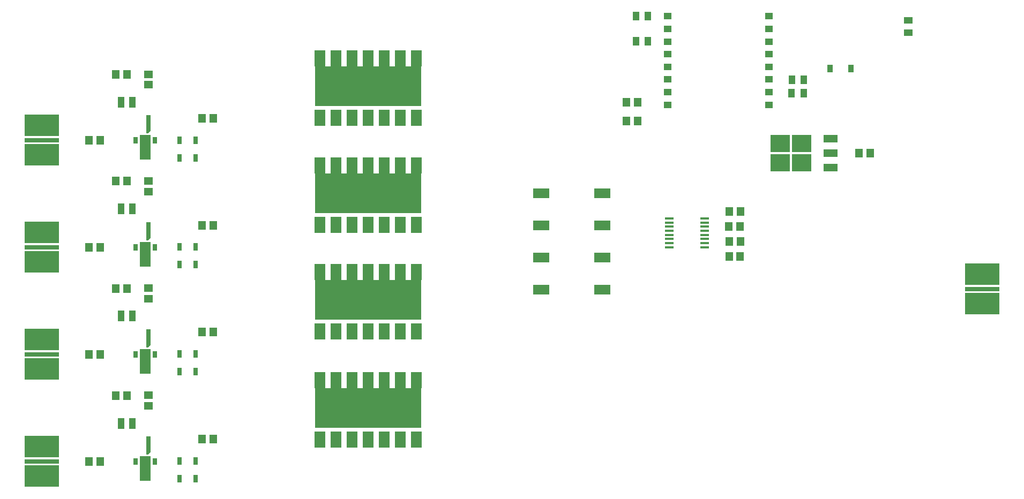
<source format=gbr>
%TF.GenerationSoftware,KiCad,Pcbnew,6.0.11*%
%TF.CreationDate,2023-02-03T09:16:35-05:00*%
%TF.ProjectId,PhasedArrayReceiver,50686173-6564-4417-9272-617952656365,rev?*%
%TF.SameCoordinates,Original*%
%TF.FileFunction,Paste,Top*%
%TF.FilePolarity,Positive*%
%FSLAX46Y46*%
G04 Gerber Fmt 4.6, Leading zero omitted, Abs format (unit mm)*
G04 Created by KiCad (PCBNEW 6.0.11) date 2023-02-03 09:16:35*
%MOMM*%
%LPD*%
G01*
G04 APERTURE LIST*
G04 Aperture macros list*
%AMOutline5P*
0 Free polygon, 5 corners , with rotation*
0 The origin of the aperture is its center*
0 number of corners: always 5*
0 $1 to $10 corner X, Y*
0 $11 Rotation angle, in degrees counterclockwise*
0 create outline with 5 corners*
4,1,5,$1,$2,$3,$4,$5,$6,$7,$8,$9,$10,$1,$2,$11*%
%AMOutline6P*
0 Free polygon, 6 corners , with rotation*
0 The origin of the aperture is its center*
0 number of corners: always 6*
0 $1 to $12 corner X, Y*
0 $13 Rotation angle, in degrees counterclockwise*
0 create outline with 6 corners*
4,1,6,$1,$2,$3,$4,$5,$6,$7,$8,$9,$10,$11,$12,$1,$2,$13*%
%AMOutline7P*
0 Free polygon, 7 corners , with rotation*
0 The origin of the aperture is its center*
0 number of corners: always 7*
0 $1 to $14 corner X, Y*
0 $15 Rotation angle, in degrees counterclockwise*
0 create outline with 7 corners*
4,1,7,$1,$2,$3,$4,$5,$6,$7,$8,$9,$10,$11,$12,$13,$14,$1,$2,$15*%
%AMOutline8P*
0 Free polygon, 8 corners , with rotation*
0 The origin of the aperture is its center*
0 number of corners: always 8*
0 $1 to $16 corner X, Y*
0 $17 Rotation angle, in degrees counterclockwise*
0 create outline with 8 corners*
4,1,8,$1,$2,$3,$4,$5,$6,$7,$8,$9,$10,$11,$12,$13,$14,$15,$16,$1,$2,$17*%
G04 Aperture macros list end*
%ADD10R,1.420000X1.200000*%
%ADD11R,1.020000X1.780000*%
%ADD12R,1.010000X1.380000*%
%ADD13R,1.380000X1.010000*%
%ADD14R,1.150000X1.450000*%
%ADD15R,1.160000X1.470000*%
%ADD16R,5.540000X0.720000*%
%ADD17R,5.540000X3.450000*%
%ADD18R,2.540000X1.650000*%
%ADD19R,3.050000X2.750000*%
%ADD20R,2.200000X1.200000*%
%ADD21R,1.473200X0.355600*%
%ADD22R,1.651000X2.540000*%
%ADD23R,16.890000X6.225000*%
%ADD24R,0.760000X1.270000*%
%ADD25R,0.790000X1.117600*%
%ADD26Outline5P,-0.304800X1.435100X0.304800X1.435100X0.304800X-1.130300X0.000000X-1.435100X-0.304800X-1.435100X0.000000*%
%ADD27R,1.700000X2.286000*%
%ADD28R,1.700000X1.700000*%
%ADD29R,1.200000X1.000000*%
%ADD30R,0.900000X1.200000*%
G04 APERTURE END LIST*
D10*
%TO.C,R4*%
X92690000Y-110605000D03*
X92690000Y-108935000D03*
%TD*%
%TO.C,R3*%
X92690000Y-93665000D03*
X92690000Y-91995000D03*
%TD*%
%TO.C,R2*%
X92690000Y-76725000D03*
X92690000Y-75055000D03*
%TD*%
%TO.C,R1*%
X92660000Y-59815000D03*
X92660000Y-58145000D03*
%TD*%
D11*
%TO.C,L4*%
X88350000Y-113350000D03*
X90130000Y-113350000D03*
%TD*%
%TO.C,L3*%
X88350000Y-96410000D03*
X90130000Y-96410000D03*
%TD*%
%TO.C,L2*%
X88350000Y-79470000D03*
X90130000Y-79470000D03*
%TD*%
%TO.C,L1*%
X88350000Y-62560000D03*
X90130000Y-62560000D03*
%TD*%
D12*
%TO.C,R9*%
X194290000Y-61140000D03*
X196190000Y-61140000D03*
%TD*%
%TO.C,R8*%
X196200000Y-59000000D03*
X194300000Y-59000000D03*
%TD*%
%TO.C,R7*%
X169700000Y-52930000D03*
X171600000Y-52930000D03*
%TD*%
%TO.C,R6*%
X169700000Y-48980000D03*
X171600000Y-48980000D03*
%TD*%
D13*
%TO.C,R5*%
X212730000Y-51540000D03*
X212730000Y-49640000D03*
%TD*%
D14*
%TO.C,C19*%
X204910000Y-70590000D03*
X206710000Y-70590000D03*
%TD*%
%TO.C,C18*%
X169970000Y-65580000D03*
X168170000Y-65580000D03*
%TD*%
%TO.C,C14*%
X184420000Y-84590000D03*
X186220000Y-84590000D03*
%TD*%
%TO.C,C13*%
X184410000Y-79870000D03*
X186210000Y-79870000D03*
%TD*%
D15*
%TO.C,C1*%
X83290000Y-68570000D03*
X85050000Y-68570000D03*
%TD*%
%TO.C,C17*%
X169940000Y-62570000D03*
X168180000Y-62570000D03*
%TD*%
%TO.C,C16*%
X184400000Y-86930000D03*
X186160000Y-86930000D03*
%TD*%
%TO.C,C15*%
X184380000Y-82240000D03*
X186140000Y-82240000D03*
%TD*%
%TO.C,C12*%
X101160000Y-115850000D03*
X102920000Y-115850000D03*
%TD*%
%TO.C,C11*%
X101160000Y-98940000D03*
X102920000Y-98940000D03*
%TD*%
%TO.C,C10*%
X101160000Y-82030000D03*
X102920000Y-82030000D03*
%TD*%
%TO.C,C9*%
X89240000Y-108950000D03*
X87480000Y-108950000D03*
%TD*%
%TO.C,C8*%
X89240000Y-92010000D03*
X87480000Y-92010000D03*
%TD*%
%TO.C,C7*%
X89240000Y-75070000D03*
X87480000Y-75070000D03*
%TD*%
%TO.C,C6*%
X83290000Y-119380000D03*
X85050000Y-119380000D03*
%TD*%
%TO.C,C5*%
X83290000Y-102440000D03*
X85050000Y-102440000D03*
%TD*%
%TO.C,C4*%
X83290000Y-85510000D03*
X85050000Y-85510000D03*
%TD*%
%TO.C,C3*%
X101160000Y-65120000D03*
X102920000Y-65120000D03*
%TD*%
%TO.C,C2*%
X89240000Y-58160000D03*
X87480000Y-58160000D03*
%TD*%
D16*
%TO.C,J8*%
X224395000Y-92120000D03*
D17*
X224395000Y-89780000D03*
X224395000Y-94460000D03*
%TD*%
D16*
%TO.C,J4*%
X75825000Y-119380000D03*
D17*
X75825000Y-121720000D03*
X75825000Y-117040000D03*
%TD*%
D16*
%TO.C,J3*%
X75825000Y-102446666D03*
D17*
X75825000Y-104786666D03*
X75825000Y-100106666D03*
%TD*%
D16*
%TO.C,J2*%
X75825000Y-85513333D03*
D17*
X75825000Y-87853333D03*
X75825000Y-83173333D03*
%TD*%
D16*
%TO.C,J1*%
X75825000Y-68580000D03*
D17*
X75825000Y-70920000D03*
X75825000Y-66240000D03*
%TD*%
D18*
%TO.C,U9*%
X164375000Y-82050000D03*
X164375000Y-92210000D03*
X164375000Y-76970000D03*
X154725000Y-92210000D03*
X164375000Y-87130000D03*
X154725000Y-87130000D03*
X154725000Y-82050000D03*
X154725000Y-76970000D03*
%TD*%
D19*
%TO.C,U15*%
X195835000Y-72145000D03*
X192485000Y-69095000D03*
X192485000Y-72145000D03*
X195835000Y-69095000D03*
D20*
X200460000Y-72900000D03*
X200460000Y-70620000D03*
X200460000Y-68340000D03*
%TD*%
D21*
%TO.C,U14*%
X174918500Y-80944000D03*
X174918500Y-81604400D03*
X174918500Y-82264800D03*
X174918500Y-82899800D03*
X174918500Y-83560200D03*
X174918500Y-84195200D03*
X174918500Y-84855600D03*
X174918500Y-85516000D03*
X180557300Y-85516000D03*
X180557300Y-84855600D03*
X180557300Y-84195200D03*
X180557300Y-83560200D03*
X180557300Y-82899800D03*
X180557300Y-82264800D03*
X180557300Y-81604400D03*
X180557300Y-80944000D03*
%TD*%
D22*
%TO.C,U13*%
X135020000Y-115910000D03*
X132480000Y-115910000D03*
X127400000Y-115910000D03*
X124860000Y-106510000D03*
X127400000Y-106510000D03*
D23*
X127400000Y-110892500D03*
D22*
X132480000Y-106510000D03*
X122320000Y-106510000D03*
X129940000Y-115910000D03*
X119780000Y-106510000D03*
X135020000Y-106510000D03*
X124860000Y-115910000D03*
X129940000Y-106510000D03*
X122320000Y-115910000D03*
X119780000Y-115910000D03*
%TD*%
%TO.C,U12*%
X135020000Y-98847500D03*
X132480000Y-98847500D03*
X127400000Y-98847500D03*
X124860000Y-89447500D03*
X127400000Y-89447500D03*
D23*
X127400000Y-93830000D03*
D22*
X132480000Y-89447500D03*
X122320000Y-89447500D03*
X129940000Y-98847500D03*
X119780000Y-89447500D03*
X135020000Y-89447500D03*
X124860000Y-98847500D03*
X129940000Y-89447500D03*
X122320000Y-98847500D03*
X119780000Y-98847500D03*
%TD*%
%TO.C,U11*%
X135020000Y-82010000D03*
X132480000Y-82010000D03*
X127400000Y-82010000D03*
X124860000Y-72610000D03*
X127400000Y-72610000D03*
D23*
X127400000Y-76992500D03*
D22*
X132480000Y-72610000D03*
X122320000Y-72610000D03*
X129940000Y-82010000D03*
X119780000Y-72610000D03*
X135020000Y-72610000D03*
X124860000Y-82010000D03*
X129940000Y-72610000D03*
X122320000Y-82010000D03*
X119780000Y-82010000D03*
%TD*%
D24*
%TO.C,U10*%
X97590000Y-119295000D03*
X100130000Y-119295000D03*
X100130000Y-122085000D03*
X97590000Y-122085000D03*
%TD*%
%TO.C,U8*%
X97590000Y-102385000D03*
X100130000Y-102385000D03*
X100130000Y-105175000D03*
X97590000Y-105175000D03*
%TD*%
%TO.C,U7*%
X97590000Y-85475000D03*
X100130000Y-85475000D03*
X100130000Y-88265000D03*
X97590000Y-88265000D03*
%TD*%
D25*
%TO.C,U6*%
X90660000Y-119380000D03*
X93660000Y-119380000D03*
D26*
X92642600Y-116839900D03*
D27*
X92160000Y-121373000D03*
D28*
X92160000Y-119380000D03*
%TD*%
D25*
%TO.C,U5*%
X90660000Y-102440000D03*
X93660000Y-102440000D03*
D26*
X92642600Y-99899900D03*
D27*
X92160000Y-104433000D03*
D28*
X92160000Y-102440000D03*
%TD*%
%TO.C,U4*%
X92160000Y-85500000D03*
D27*
X92160000Y-87493000D03*
D26*
X92642600Y-82959900D03*
D25*
X93660000Y-85500000D03*
X90660000Y-85500000D03*
%TD*%
D24*
%TO.C,U3*%
X97590000Y-68565000D03*
X100130000Y-68565000D03*
X100130000Y-71355000D03*
X97590000Y-71355000D03*
%TD*%
D22*
%TO.C,U2*%
X119780000Y-65070000D03*
X122320000Y-65070000D03*
X129940000Y-55670000D03*
X124860000Y-65070000D03*
X135020000Y-55670000D03*
X119780000Y-55670000D03*
X129940000Y-65070000D03*
X122320000Y-55670000D03*
X132480000Y-55670000D03*
D23*
X127400000Y-60052500D03*
D22*
X127400000Y-55670000D03*
X124860000Y-55670000D03*
X127400000Y-65070000D03*
X132480000Y-65070000D03*
X135020000Y-65070000D03*
%TD*%
D25*
%TO.C,U1*%
X90660000Y-68590000D03*
X93660000Y-68590000D03*
D26*
X92642600Y-66049900D03*
D27*
X92160000Y-70583000D03*
D28*
X92160000Y-68590000D03*
%TD*%
D29*
%TO.C,MOD1*%
X174680000Y-48980000D03*
X174680000Y-50980000D03*
X174680000Y-52980000D03*
X174680000Y-54980000D03*
X174680000Y-56980000D03*
X174680000Y-58980000D03*
X174680000Y-60980000D03*
X174680000Y-62980000D03*
X190680000Y-62980000D03*
X190680000Y-60980000D03*
X190680000Y-58980000D03*
X190680000Y-56980000D03*
X190680000Y-54980000D03*
X190680000Y-52980000D03*
X190680000Y-50980000D03*
X190680000Y-48980000D03*
%TD*%
D30*
%TO.C,D1*%
X200370000Y-57240000D03*
X203670000Y-57240000D03*
%TD*%
M02*

</source>
